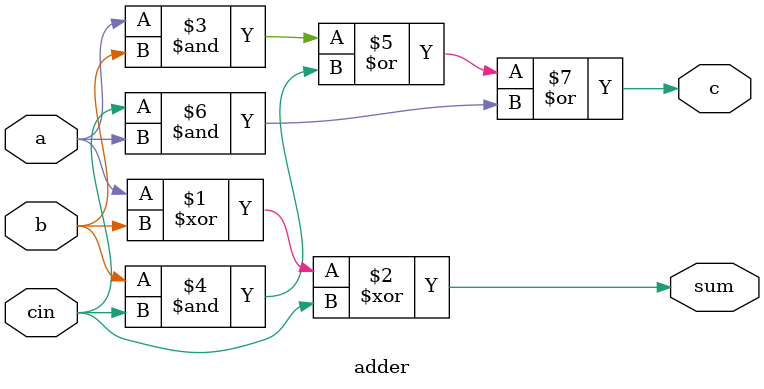
<source format=v>
module adder (
    input a,b,cin,
    output sum,c
);

assign sum = a ^ b ^ cin;
assign c = (a & b) | (b & cin)  | (cin & a) ;

endmodule

</source>
